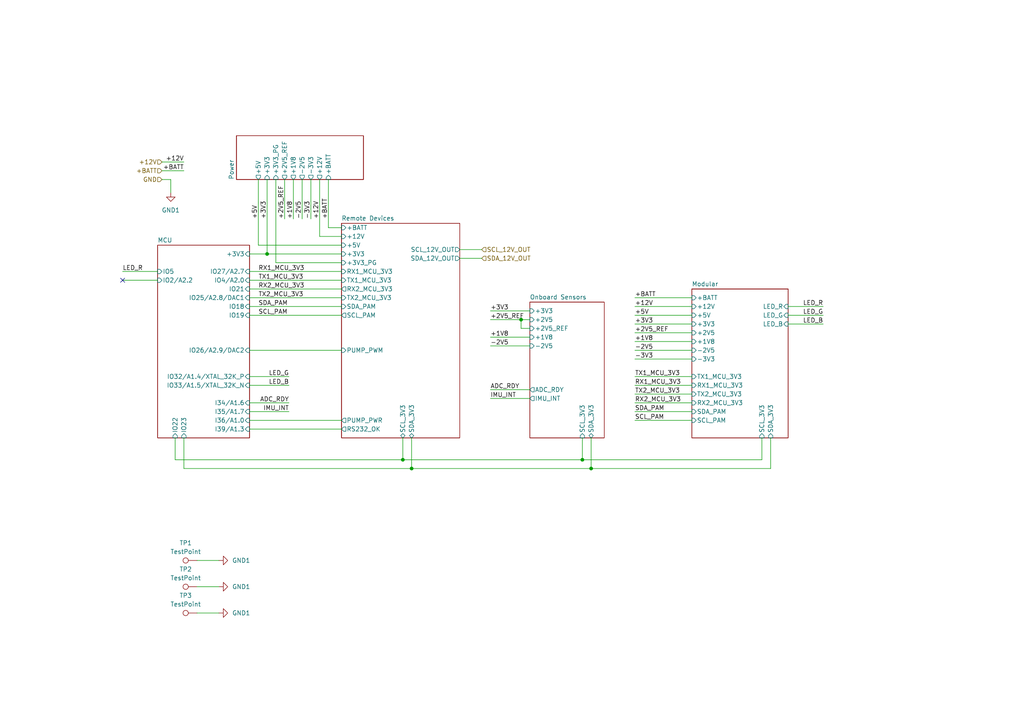
<source format=kicad_sch>
(kicad_sch (version 20230121) (generator eeschema)
  (paper "A4")
  (lib_symbols
    (symbol "Connector:TestPoint" (pin_numbers hide) (pin_names (offset 0.762) hide)
      (property "Reference" "TP" (at 0 6.858 0))
      (property "Value" "TestPoint" (at 0 5.08 0))
      (symbol "TestPoint_0_1"
        (circle (center 0 3.302) (radius 0.762))
      )
      (symbol "TestPoint_1_1"
        (pin passive line (at 0 0 90) (length 2.54) (name "1") (number "1"))
      )
    )
    (symbol "power:GND1" (power) (pin_names (offset 0))
      (property "Value" "GND1" (at 0 -3.81 0))
      (symbol "GND1_0_1"
        (polyline (pts (xy 0 0) (xy 0 -1.27) (xy 1.27 -1.27) (xy 0 -2.54) (xy -1.27 -1.27) (xy 0 -1.27)))
      )
      (symbol "GND1_1_1"
        (pin power_in line (at 0 0 270) (length 0) hide (name "GND1") (number "1"))
      )
    )
  )
  (junction (at 171.45 135.89))
  (junction (at 168.91 133.35))
  (junction (at 116.84 133.35))
  (junction (at 151.13 92.71))
  (junction (at 77.47 73.66))
  (junction (at 119.38 135.89))
  (no_connect (at 35.56 81.28))
  (wire (pts (xy 228.6 93.98) (xy 238.76 93.98)))
  (wire (pts (xy 184.15 91.44) (xy 200.66 91.44)))
  (wire (pts (xy 92.71 68.58) (xy 99.06 68.58)))
  (wire (pts (xy 168.91 133.35) (xy 168.91 127)))
  (wire (pts (xy 72.39 83.82) (xy 99.06 83.82)))
  (wire (pts (xy 184.15 111.76) (xy 200.66 111.76)))
  (wire (pts (xy 223.52 135.89) (xy 171.45 135.89)))
  (wire (pts (xy 82.55 52.07) (xy 82.55 63.5)))
  (wire (pts (xy 72.39 88.9) (xy 99.06 88.9)))
  (wire (pts (xy 72.39 111.76) (xy 83.82 111.76)))
  (wire (pts (xy 49.53 52.07) (xy 46.99 52.07)))
  (wire (pts (xy 151.13 92.71) (xy 153.67 92.71)))
  (wire (pts (xy 220.98 127) (xy 220.98 133.35)))
  (wire (pts (xy 116.84 133.35) (xy 168.91 133.35)))
  (wire (pts (xy 72.39 91.44) (xy 99.06 91.44)))
  (wire (pts (xy 153.67 95.25) (xy 151.13 95.25)))
  (wire (pts (xy 77.47 73.66) (xy 99.06 73.66)))
  (wire (pts (xy 119.38 127) (xy 119.38 135.89)))
  (wire (pts (xy 184.15 93.98) (xy 200.66 93.98)))
  (wire (pts (xy 228.6 88.9) (xy 238.76 88.9)))
  (wire (pts (xy 184.15 101.6) (xy 200.66 101.6)))
  (wire (pts (xy 184.15 121.92) (xy 200.66 121.92)))
  (wire (pts (xy 168.91 133.35) (xy 220.98 133.35)))
  (wire (pts (xy 50.8 133.35) (xy 116.84 133.35)))
  (wire (pts (xy 142.24 100.33) (xy 153.67 100.33)))
  (wire (pts (xy 90.17 52.07) (xy 90.17 63.5)))
  (wire (pts (xy 133.35 74.93) (xy 139.7 74.93)))
  (wire (pts (xy 35.56 81.28) (xy 45.72 81.28)))
  (wire (pts (xy 50.8 127) (xy 50.8 133.35)))
  (wire (pts (xy 53.34 46.99) (xy 46.99 46.99)))
  (wire (pts (xy 142.24 90.17) (xy 153.67 90.17)))
  (wire (pts (xy 184.15 99.06) (xy 200.66 99.06)))
  (wire (pts (xy 119.38 135.89) (xy 171.45 135.89)))
  (wire (pts (xy 72.39 109.22) (xy 83.82 109.22)))
  (wire (pts (xy 142.24 92.71) (xy 151.13 92.71)))
  (wire (pts (xy 72.39 101.6) (xy 99.06 101.6)))
  (wire (pts (xy 142.24 113.03) (xy 153.67 113.03)))
  (wire (pts (xy 87.63 52.07) (xy 87.63 63.5)))
  (wire (pts (xy 142.24 97.79) (xy 153.67 97.79)))
  (wire (pts (xy 223.52 127) (xy 223.52 135.89)))
  (wire (pts (xy 184.15 88.9) (xy 200.66 88.9)))
  (wire (pts (xy 184.15 109.22) (xy 200.66 109.22)))
  (wire (pts (xy 184.15 104.14) (xy 200.66 104.14)))
  (wire (pts (xy 53.34 135.89) (xy 119.38 135.89)))
  (wire (pts (xy 80.01 76.2) (xy 99.06 76.2)))
  (wire (pts (xy 74.93 52.07) (xy 74.93 71.12)))
  (wire (pts (xy 83.82 116.84) (xy 72.39 116.84)))
  (wire (pts (xy 57.15 170.18) (xy 63.5 170.18)))
  (wire (pts (xy 72.39 81.28) (xy 99.06 81.28)))
  (wire (pts (xy 171.45 127) (xy 171.45 135.89)))
  (wire (pts (xy 53.34 49.53) (xy 46.99 49.53)))
  (wire (pts (xy 142.24 115.57) (xy 153.67 115.57)))
  (wire (pts (xy 83.82 119.38) (xy 72.39 119.38)))
  (wire (pts (xy 74.93 71.12) (xy 99.06 71.12)))
  (wire (pts (xy 80.01 52.07) (xy 80.01 76.2)))
  (wire (pts (xy 151.13 92.71) (xy 151.13 95.25)))
  (wire (pts (xy 72.39 78.74) (xy 99.06 78.74)))
  (wire (pts (xy 133.35 72.39) (xy 139.7 72.39)))
  (wire (pts (xy 92.71 52.07) (xy 92.71 68.58)))
  (wire (pts (xy 95.25 52.07) (xy 95.25 66.04)))
  (wire (pts (xy 184.15 96.52) (xy 200.66 96.52)))
  (wire (pts (xy 57.15 177.8) (xy 63.5 177.8)))
  (wire (pts (xy 95.25 66.04) (xy 99.06 66.04)))
  (wire (pts (xy 45.72 78.74) (xy 35.56 78.74)))
  (wire (pts (xy 72.39 73.66) (xy 77.47 73.66)))
  (wire (pts (xy 184.15 86.36) (xy 200.66 86.36)))
  (wire (pts (xy 184.15 119.38) (xy 200.66 119.38)))
  (wire (pts (xy 116.84 127) (xy 116.84 133.35)))
  (wire (pts (xy 72.39 124.46) (xy 99.06 124.46)))
  (wire (pts (xy 72.39 86.36) (xy 99.06 86.36)))
  (wire (pts (xy 49.53 55.88) (xy 49.53 52.07)))
  (wire (pts (xy 184.15 116.84) (xy 200.66 116.84)))
  (wire (pts (xy 57.15 162.56) (xy 63.5 162.56)))
  (wire (pts (xy 228.6 91.44) (xy 238.76 91.44)))
  (wire (pts (xy 77.47 52.07) (xy 77.47 73.66)))
  (wire (pts (xy 184.15 114.3) (xy 200.66 114.3)))
  (wire (pts (xy 72.39 121.92) (xy 99.06 121.92)))
  (wire (pts (xy 53.34 127) (xy 53.34 135.89)))
  (wire (pts (xy 85.09 52.07) (xy 85.09 63.5)))
  (label "SCL_PAM" (at 74.93 91.44 0))
  (label "+BATT" (at 95.25 63.5 90))
  (label "+3V3" (at 142.24 90.17 0))
  (label "ADC_RDY" (at 83.82 116.84 180))
  (label "+1V8" (at 85.09 63.5 90))
  (label "+BATT" (at 184.15 86.36 0))
  (label "+2V5_REF" (at 184.15 96.52 0))
  (label "SCL_PAM" (at 184.15 121.92 0))
  (label "TX2_MCU_3V3" (at 74.93 86.36 0))
  (label "+12V" (at 53.34 46.99 180))
  (label "+12V" (at 184.15 88.9 0))
  (label "-2V5" (at 87.63 63.5 90))
  (label "+1V8" (at 142.24 97.79 0))
  (label "LED_G" (at 238.76 91.44 180))
  (label "RX1_MCU_3V3" (at 184.15 111.76 0))
  (label "LED_B" (at 83.82 111.76 180))
  (label "LED_B" (at 238.76 93.98 180))
  (label "+5V" (at 74.93 63.5 90))
  (label "RX2_MCU_3V3" (at 74.93 83.82 0))
  (label "+3V3" (at 184.15 93.98 0))
  (label "SDA_PAM" (at 74.93 88.9 0))
  (label "+5V" (at 184.15 91.44 0))
  (label "-2V5" (at 142.24 100.33 0))
  (label "SDA_PAM" (at 184.15 119.38 0))
  (label "RX1_MCU_3V3" (at 74.93 78.74 0))
  (label "+2V5_REF" (at 142.24 92.71 0))
  (label "+BATT" (at 53.34 49.53 180))
  (label "-2V5" (at 184.15 101.6 0))
  (label "LED_G" (at 83.82 109.22 180))
  (label "LED_R" (at 35.56 78.74 0))
  (label "IMU_INT" (at 83.82 119.38 180))
  (label "ADC_RDY" (at 142.24 113.03 0))
  (label "LED_R" (at 238.76 88.9 180))
  (label "TX1_MCU_3V3" (at 184.15 109.22 0))
  (label "TX1_MCU_3V3" (at 74.93 81.28 0))
  (label "-3V3" (at 184.15 104.14 0))
  (label "+2V5_REF" (at 82.55 63.5 90))
  (label "TX2_MCU_3V3" (at 184.15 114.3 0))
  (label "-3V3" (at 90.17 63.5 90))
  (label "+1V8" (at 184.15 99.06 0))
  (label "IMU_INT" (at 142.24 115.57 0))
  (label "+3V3" (at 77.47 63.5 90))
  (label "RX2_MCU_3V3" (at 184.15 116.84 0))
  (label "+12V" (at 92.71 63.5 90))
  (hierarchical_label "SCL_12V_OUT" (shape input) (at 139.7 72.39 0))
  (hierarchical_label "SDA_12V_OUT" (shape input) (at 139.7 74.93 0))
  (hierarchical_label "GND" (shape input) (at 46.99 52.07 180))
  (hierarchical_label "+12V" (shape input) (at 46.99 46.99 180))
  (hierarchical_label "+BATT" (shape input) (at 46.99 49.53 180))
  (symbol (lib_id "Connector:TestPoint") (at 57.15 170.18 90) (unit 1)
    (property "Reference" "TP2" (at 53.848 165.1 90))
    (property "Value" "TestPoint" (at 53.848 167.64 90))
    (property "Footprint" "TestPoint:TestPoint_Loop_D2.60mm_Drill1.6mm_Beaded" (effects hide))
    (property "Datasheet" "https://www.keyelco.com/userAssets/file/M65p56.pdf" (effects hide))
    (property "DigiKey PN" "36-5011-ND" (effects hide))
    (property "MPN" "5011" (effects hide))
    (property "Manufacturer" "Keystone Electronics" (effects hide))
  )
  (symbol (lib_id "power:GND1") (at 63.5 170.18 90) (unit 1)
    (property "Reference" "#PWR021" (effects hide))
    (property "Value" "GND1" (at 67.31 170.18 90) (effects (justify right)))
  )
  (symbol (lib_id "power:GND1") (at 49.53 55.88 0) (mirror y) (unit 1)
    (property "Reference" "#PWR019" (effects hide))
    (property "Value" "GND1" (at 49.53 60.96 0))
  )
  (symbol (lib_id "power:GND1") (at 63.5 162.56 90) (unit 1)
    (property "Reference" "#PWR020" (effects hide))
    (property "Value" "GND1" (at 67.31 162.56 90) (effects (justify right)))
  )
  (symbol (lib_id "power:GND1") (at 63.5 177.8 90) (unit 1)
    (property "Reference" "#PWR022" (effects hide))
    (property "Value" "GND1" (at 67.31 177.8 90) (effects (justify right)))
  )
  (symbol (lib_id "Connector:TestPoint") (at 57.15 177.8 90) (unit 1)
    (property "Reference" "TP3" (at 53.848 172.72 90))
    (property "Value" "TestPoint" (at 53.848 175.26 90))
    (property "Footprint" "TestPoint:TestPoint_Loop_D2.60mm_Drill1.6mm_Beaded" (effects hide))
    (property "Datasheet" "https://www.keyelco.com/userAssets/file/M65p56.pdf" (effects hide))
    (property "DigiKey PN" "36-5011-ND" (effects hide))
    (property "MPN" "5011" (effects hide))
    (property "Manufacturer" "Keystone Electronics" (effects hide))
  )
  (symbol (lib_id "Connector:TestPoint") (at 57.15 162.56 90) (unit 1)
    (property "Reference" "TP1" (at 53.848 157.48 90))
    (property "Value" "TestPoint" (at 53.848 160.02 90))
    (property "Footprint" "TestPoint:TestPoint_Loop_D2.60mm_Drill1.6mm_Beaded" (effects hide))
    (property "Datasheet" "https://www.keyelco.com/userAssets/file/M65p56.pdf" (effects hide))
    (property "DigiKey PN" "36-5011-ND" (effects hide))
    (property "MPN" "5011" (effects hide))
    (property "Manufacturer" "Keystone Electronics" (effects hide))
  )
  (sheet (at 68.58 39.37) (size 36.83 12.7) (stroke (width 0.1524))
    (property "Sheetname" "Power" (at 67.8684 52.07 90) (effects (justify left bottom)))
    (property "Sheetfile" "12_main_power.kicad_sch" (effects hide))
    (pin "+5V" output (at 74.93 52.07 270))
    (pin "+BATT" input (at 95.25 52.07 270))
    (pin "-2V5" output (at 87.63 52.07 270))
    (pin "-3V3" output (at 90.17 52.07 270))
    (pin "+3V3" input (at 77.47 52.07 270))
    (pin "+12V" output (at 92.71 52.07 270))
    (pin "+2V5_REF" output (at 82.55 52.07 270))
    (pin "+1V8" output (at 85.09 52.07 270))
    (pin "+3V3_PG" input (at 80.01 52.07 270))
  )
  (sheet (at 153.67 87.63) (size 21.59 39.37) (stroke (width 0.1524))
    (property "Sheetname" "Onboard Sensors" (at 153.67 86.9184 0) (effects (justify left bottom)))
    (property "Sheetfile" "13_main_onboard-sensors.kicad_sch" (effects hide))
    (pin "-2V5" input (at 153.67 100.33 180))
    (pin "+1V8" input (at 153.67 97.79 180))
    (pin "IMU_INT" output (at 153.67 115.57 180))
    (pin "+2V5" input (at 153.67 92.71 180))
    (pin "+2V5_REF" input (at 153.67 95.25 180))
    (pin "+3V3" input (at 153.67 90.17 180))
    (pin "SCL_3V3" input (at 168.91 127 270))
    (pin "SDA_3V3" bidirectional (at 171.45 127 270))
    (pin "ADC_RDY" output (at 153.67 113.03 180))
  )
  (sheet (at 45.72 71.12) (size 26.67 55.88) (stroke (width 0.1524))
    (property "Sheetname" "MCU" (at 45.72 70.4084 0) (effects (justify left bottom)))
    (property "Sheetfile" "11_main_mcu.kicad_sch" (effects hide))
    (pin "IO22" input (at 50.8 127 270))
    (pin "IO18" input (at 72.39 88.9 0))
    (pin "IO21" input (at 72.39 83.82 0))
    (pin "IO19" input (at 72.39 91.44 0))
    (pin "IO5" input (at 45.72 78.74 180))
    (pin "IO2{slash}A2.2" input (at 45.72 81.28 180))
    (pin "IO4{slash}A2.0" input (at 72.39 81.28 0))
    (pin "IO23" input (at 53.34 127 270))
    (pin "+3V3" input (at 72.39 73.66 0))
    (pin "IO26{slash}A2.9{slash}DAC2" input (at 72.39 101.6 0))
    (pin "IO33{slash}A1.5{slash}XTAL_32K_N" input (at 72.39 111.76 0))
    (pin "IO32{slash}A1.4{slash}XTAL_32K_P" input (at 72.39 109.22 0))
    (pin "IO25{slash}A2.8{slash}DAC1" input (at 72.39 86.36 0))
    (pin "IO27{slash}A2.7" input (at 72.39 78.74 0))
    (pin "I39{slash}A1.3" input (at 72.39 124.46 0))
    (pin "I36{slash}A1.0" input (at 72.39 121.92 0))
    (pin "I34{slash}A1.6" input (at 72.39 116.84 0))
    (pin "I35{slash}A1.7" input (at 72.39 119.38 0))
  )
  (sheet (at 200.66 83.82) (size 27.94 43.18) (stroke (width 0.1524))
    (property "Sheetname" "Modular" (at 200.66 83.1084 0) (effects (justify left bottom)))
    (property "Sheetfile" "15_main_modular.kicad_sch" (effects hide))
    (pin "+3V3" input (at 200.66 93.98 180))
    (pin "+2V5" input (at 200.66 96.52 180))
    (pin "+5V" input (at 200.66 91.44 180))
    (pin "-2V5" input (at 200.66 101.6 180))
    (pin "+1V8" input (at 200.66 99.06 180))
    (pin "-3V3" input (at 200.66 104.14 180))
    (pin "TX1_MCU_3V3" input (at 200.66 109.22 180))
    (pin "RX1_MCU_3V3" input (at 200.66 111.76 180))
    (pin "TX2_MCU_3V3" input (at 200.66 114.3 180))
    (pin "RX2_MCU_3V3" input (at 200.66 116.84 180))
    (pin "SDA_PAM" input (at 200.66 119.38 180))
    (pin "SCL_PAM" input (at 200.66 121.92 180))
    (pin "SCL_3V3" input (at 220.98 127 270))
    (pin "SDA_3V3" input (at 223.52 127 270))
    (pin "LED_R" input (at 228.6 88.9 0))
    (pin "LED_G" input (at 228.6 91.44 0))
    (pin "LED_B" input (at 228.6 93.98 0))
    (pin "+BATT" input (at 200.66 86.36 180))
    (pin "+12V" input (at 200.66 88.9 180))
  )
  (sheet (at 99.06 64.77) (size 34.29 62.23) (stroke (width 0.1524))
    (property "Sheetname" "Remote Devices" (at 99.06 64.0584 0) (effects (justify left bottom)))
    (property "Sheetfile" "14_main_remote-devices.kicad_sch" (effects hide))
    (pin "+12V" input (at 99.06 68.58 180))
    (pin "SDA_3V3" bidirectional (at 119.38 127 270))
    (pin "SCL_3V3" bidirectional (at 116.84 127 270))
    (pin "+3V3" input (at 99.06 73.66 180))
    (pin "SCL_12V_OUT" output (at 133.35 72.39 0))
    (pin "SDA_12V_OUT" output (at 133.35 74.93 0))
    (pin "+BATT" input (at 99.06 66.04 180))
    (pin "PUMP_PWR" output (at 99.06 121.92 180))
    (pin "RX2_MCU_3V3" output (at 99.06 83.82 180))
    (pin "TX2_MCU_3V3" input (at 99.06 86.36 180))
    (pin "RS232_OK" output (at 99.06 124.46 180))
    (pin "PUMP_PWM" input (at 99.06 101.6 180))
    (pin "+5V" input (at 99.06 71.12 180))
    (pin "TX1_MCU_3V3" input (at 99.06 81.28 180))
    (pin "RX1_MCU_3V3" input (at 99.06 78.74 180))
    (pin "+3V3_PG" input (at 99.06 76.2 180))
    (pin "SDA_PAM" input (at 99.06 88.9 180))
    (pin "SCL_PAM" output (at 99.06 91.44 180))
  )
)
</source>
